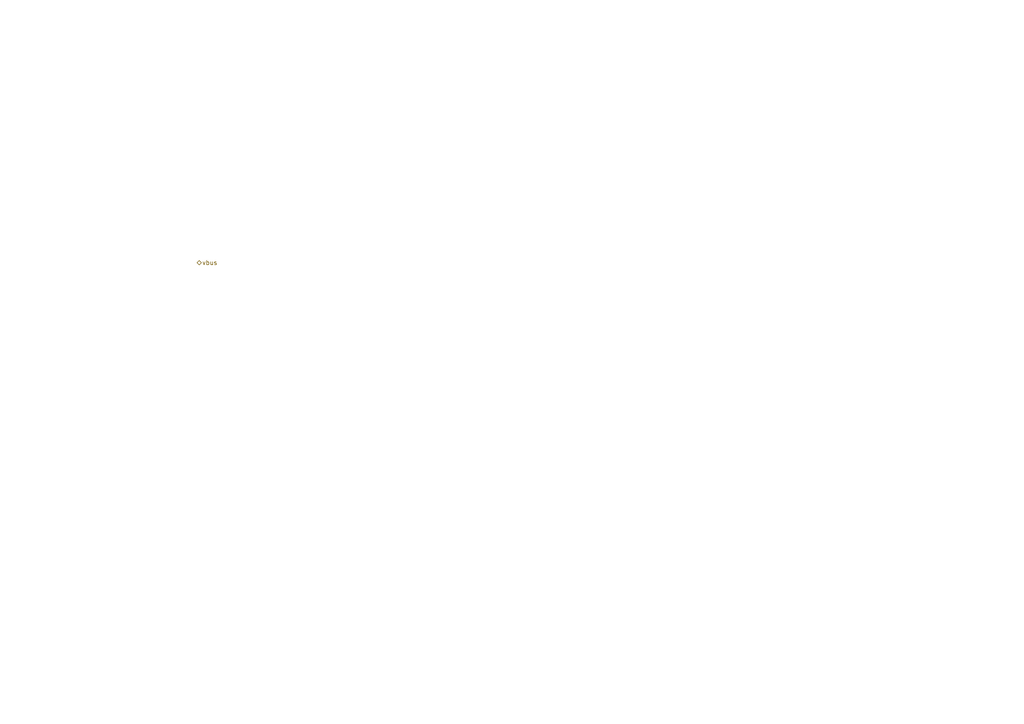
<source format=kicad_sch>
(kicad_sch (version 20230121) (generator eeschema)
  (paper "A4")
  (lib_symbols)
  (hierarchical_label "vbus" (shape bidirectional) (at 57.15 76.2 0))
)
</source>
